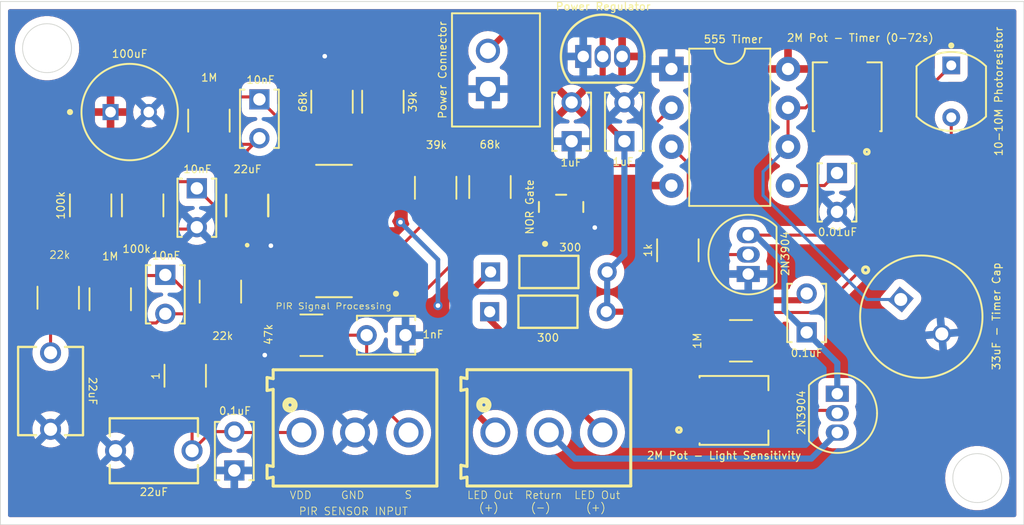
<source format=kicad_pcb>
(kicad_pcb (version 20240108) (generator "pcbnew") (generator_version "8.0")
  (layers (0 "F.Cu" signal) (31 "B.Cu" signal) (34 "B.Paste" user) (35 "F.Paste" user) (36 "B.SilkS" user "B.Silkscreen") (37 "F.SilkS" user "F.Silkscreen") (38 "B.Mask" user) (39 "F.Mask" user) (44 "Edge.Cuts" user))
  (net 0 "")
  (net 1 "GND")
  (net 2 "+6V")
  (net 3 "Net-(U1-CV)")
  (net 4 "Net-(U1-DIS)")
  (net 5 "Net-(Q1-C)")
  (net 6 "Net-(C6-Pad1)")
  (net 7 "Net-(Q1-B)")
  (net 8 "Net-(U1-Q)")
  (net 9 "Net-(U1-TR)")
  (net 10 "Net-(C11-Pad1)")
  (net 11 "Net-(U2-C-)")
  (net 12 "Net-(U2-D-O)")
  (net 13 "Net-(U2-D-)")
  (net 14 "Net-(U2-C+)")
  (net 15 "Net-(U2-A+)")
  (net 16 "Net-(U2-D+)")
  (net 17 "+3.3V")
  (net 18 "Net-(R16-Pad2)")
  (net 19 "Net-(U2-B+)")
  (net 20 "Net-(C3-Pad1)")
  (net 21 "Net-(U2-A-)")
  (net 23 "Net-(J4-Pad1)")
  (net 24 "Net-(Q3-C)")
  (net 25 "Net-(J4-Pad3)")
  (net 26 "Net-(Q3-B)")
  (net 27 "Net-(R6-Pad2)")
  (net 29 "Net-(U2-A-O)")
  (net 30 "Net-(U2-B-O)")
  (footprint "C315C103K1R5TA7303:CAPRR254W54L381T254H466" (layer "F.Cu") (at 168.100002 100.030001 90)
    (property "Reference" "C14" (hide yes))
    (property "Value" "0.1uF" (at -2.619999 -0.000002 0) (layer "F.SilkS") (effects (font (size 0.5 0.5) (thickness 0.075))))
    (pad "1" thru_hole rect (at -1.269999 -0.000002 90) (size 1.318 1.318) (drill 0.81) (layers "*.Cu" "*.Mask") (net 5 "Net-(Q1-C)"))
    (pad "2" thru_hole circle (at 1.269999 0.000002 90) (size 1.318 1.318) (drill 0.81) (layers "*.Cu" "*.Mask") (net 2 "+6V"))
  )
  (footprint "Resistor_SMD:R_1210_3225Metric_Pad1.30x2.65mm_HandSolder" (layer "F.Cu") (at 147.399998 91.8 -90)
    (property "Reference" "R5" (hide yes))
    (property "Value" "68k" (at -2.775 -0.000002 180) (layer "F.SilkS") (effects (font (size 0.5 0.5) (thickness 0.075))))
    (pad "1" smd roundrect (at -1.550001 0.000004 270) (size 1.3 2.65) (layers "F.Cu" "F.Paste" "F.Mask") (roundrect_rratio 0.192308) (net 17 "+3.3V"))
    (pad "2" smd roundrect (at 1.550001 -0.000004 270) (size 1.3 2.65) (layers "F.Cu" "F.Paste" "F.Mask") (roundrect_rratio 0.192308) (net 21 "Net-(U2-A-)"))
  )
  (footprint "Resistor_SMD:R_1210_3225Metric_Pad1.30x2.65mm_HandSolder" (layer "F.Cu") (at 124.699992 92.999998 90)
    (property "Reference" "R9" (hide yes))
    (property "Value" "100k" (at -2.850002 -0.399992 0) (layer "F.SilkS") (effects (font (size 0.5 0.5) (thickness 0.075))))
    (pad "1" smd roundrect (at -1.55 0.000002 90) (size 1.3 2.65) (layers "F.Cu" "F.Paste" "F.Mask") (roundrect_rratio 0.192308) (net 1 "GND"))
    (pad "2" smd roundrect (at 1.55 -0.000002 90) (size 1.3 2.65) (layers "F.Cu" "F.Paste" "F.Mask") (roundrect_rratio 0.192308) (net 14 "Net-(U2-C+)"))
  )
  (footprint "3314J_1_205E:TRIM_3314J-1-205E" (layer "F.Cu") (at 163.35 106.4 -90)
    (property "Reference" "VR3" (hide yes))
    (property "Value" "2M Pot - Light Sensitivity" (at 2.95 0.65 180) (layer "F.SilkS") (effects (font (size 0.5 0.5) (thickness 0.075))))
    (pad "1" smd rect (at 1.149997 1.999998 270) (size 1.3 2) (layers "F.Cu" "F.Paste" "F.Mask"))
    (pad "2" smd rect (at 0.000001 -2.000004 270) (size 2 2) (layers "F.Cu" "F.Paste" "F.Mask") (net 26 "Net-(Q3-B)"))
    (pad "3" smd rect (at -1.150002 2.000002 270) (size 1.3 2) (layers "F.Cu" "F.Paste" "F.Mask") (net 27 "Net-(R6-Pad2)"))
  )
  (footprint "FG20X7R1C226MRT06:FG20X7R1C226MRT06" (layer "F.Cu") (at 127.929997 109.034996 180)
    (property "Reference" "C3" (hide yes))
    (property "Value" "22uF" (at 2.5 -2.7 0) (layer "F.SilkS") (effects (font (size 0.5 0.5) (thickness 0.075))))
    (pad "1" thru_hole circle (at 0 0 180) (size 1.3716 1.3716) (drill 0.8636) (layers "*.Cu" "*.Mask") (net 20 "Net-(C3-Pad1)"))
    (pad "2" thru_hole circle (at 5 0 180) (size 1.3716 1.3716) (drill 0.8636) (layers "*.Cu" "*.Mask") (net 1 "GND"))
  )
  (footprint "C315C103K1R5TA7303:CAPRR254W54L381T254H466" (layer "F.Cu") (at 128.240004 93.154993 -90)
    (property "Reference" "C9" (hide yes))
    (property "Value" "10nF" (at -2.519997 -0.039993 180) (layer "F.SilkS") (effects (font (size 0.5 0.5) (thickness 0.075))))
    (pad "1" thru_hole rect (at -1.269996 -0.000001 270) (size 1.318 1.318) (drill 0.81) (layers "*.Cu" "*.Mask") (net 14 "Net-(U2-C+)"))
    (pad "2" thru_hole circle (at 1.269996 0.000001 270) (size 1.318 1.318) (drill 0.81) (layers "*.Cu" "*.Mask") (net 1 "GND"))
  )
  (footprint "EEU_FC1C271:CAPPRD350W60D800H1150" (layer "F.Cu") (at 175.59058 100.274875 -40)
    (property "Reference" "C2" (hide yes))
    (property "Value" "33uF - Timer Cap" (at 3.744845 -3.17477 90) (layer "F.SilkS") (effects (font (size 0.5 0.5) (thickness 0.075))))
    (pad "N" thru_hole circle (at 1.75 -0.000004 320) (size 1.2 1.2) (drill 0.85) (layers "*.Cu" "*.Mask") (net 1 "GND"))
    (pad "P" thru_hole rect (at -1.75 0.000004 320) (size 1.2 1.2) (drill 0.85) (layers "*.Cu" "*.Mask") (net 4 "Net-(U1-DIS)"))
  )
  (footprint "C315C103K1R5TA7303:CAPRR254W54L381T254H466" (layer "F.Cu") (at 130.690342 109.055534 90)
    (property "Reference" "C8" (hide yes))
    (property "Value" "0.1uF" (at 2.620538 0.039655 0) (layer "F.SilkS") (effects (font (size 0.5 0.5) (thickness 0.075))))
    (pad "1" thru_hole rect (at -1.269996 0 90) (size 1.318 1.318) (drill 0.81) (layers "*.Cu" "*.Mask") (net 1 "GND"))
    (pad "2" thru_hole circle (at 1.269996 0 90) (size 1.318 1.318) (drill 0.81) (layers "*.Cu" "*.Mask") (net 20 "Net-(C3-Pad1)"))
  )
  (footprint "EEA_GA1A101:CAPPRD250W45D630H700" (layer "F.Cu") (at 123.85 86.9)
    (property "Reference" "100uF" (at 0 -3.8 0) (layer "F.SilkS") (effects (font (size 0.5 0.5) (thickness 0.075))))
    (property "Value" "EEAGA1A101" (hide yes))
    (pad "N" thru_hole circle (at 1.25 0) (size 1.05 1.05) (drill 0.7) (layers "*.Cu" "*.Mask") (net 1 "GND"))
    (pad "P" thru_hole rect (at -1.25 0) (size 1.05 1.05) (drill 0.7) (layers "*.Cu" "*.Mask") (net 17 "+3.3V"))
  )
  (footprint "MCP1702_3302E_TO (2):TO-92_MC_MCH" (layer "F.Cu") (at 153.496668 83.265001)
    (property "Reference" "U3" (hide yes))
    (property "Value" "Power Regulator" (at 1.303332 -3.265001 0) (layer "F.SilkS") (effects (font (size 0.5 0.5) (thickness 0.075))))
    (pad "1" thru_hole rect (at 0 0) (size 1.05 1.5) (drill 0.75) (layers "*.Cu" "*.Mask") (net 1 "GND"))
    (pad "2" thru_hole oval (at 1.27 0) (size 1.05 1.5) (drill 0.75) (layers "*.Cu" "*.Mask") (net 2 "+6V"))
    (pad "3" thru_hole oval (at 2.54 0) (size 1.05 1.5) (drill 0.75) (layers "*.Cu" "*.Mask") (net 17 "+3.3V"))
  )
  (footprint "Resistor_SMD:R_1210_3225Metric_Pad1.30x2.65mm_HandSolder" (layer "F.Cu") (at 159.679994 95.934995 90)
    (property "Reference" "R15" (hide yes))
    (property "Value" "1k" (at -0.000001 -1.949997 -90) (layer "F.SilkS") (effects (font (size 0.5 0.5) (thickness 0.075))))
    (pad "1" smd roundrect (at -1.550001 0.000004 90) (size 1.3 2.65) (layers "F.Cu" "F.Paste" "F.Mask") (roundrect_rratio 0.192308) (net 7 "Net-(Q1-B)"))
    (pad "2" smd roundrect (at 1.550001 -0.000004 90) (size 1.3 2.65) (layers "F.Cu" "F.Paste" "F.Mask") (roundrect_rratio 0.192308) (net 8 "Net-(U1-Q)"))
  )
  (footprint "PDV_P8103:PHODET_PDV-P8103" (layer "F.Cu") (at 177.55 85.55 -90)
    (property "Reference" "R6" (hide yes))
    (property "Value" "10-10M Photoresistor" (at 0 -3.1 90) (layer "F.SilkS") (effects (font (size 0.5 0.5) (thickness 0.075))))
    (pad "1" thru_hole rect (at -1.7 0 270) (size 1.158 1.158) (drill 0.65) (layers "*.Cu" "*.Mask") (net 5 "Net-(Q1-C)"))
    (pad "2" thru_hole circle (at 1.7 0 270) (size 1.158 1.158) (drill 0.65) (layers "*.Cu" "*.Mask") (net 27 "Net-(R6-Pad2)"))
  )
  (footprint "691214110003:691214110003" (layer "F.Cu") (at 151.25 107.84)
    (property "Reference" "J4" (hide yes))
    (property "Value" "691214110003" (hide yes))
    (pad "1" thru_hole circle (at -3.5 0) (size 1.95 1.95) (drill 1.3) (layers "*.Cu" "*.Mask") (net 23 "Net-(J4-Pad1)"))
    (pad "2" thru_hole circle (at 0 0) (size 1.95 1.95) (drill 1.3) (layers "*.Cu" "*.Mask") (net 24 "Net-(Q3-C)"))
    (pad "3" thru_hole circle (at 3.5 0) (size 1.95 1.95) (drill 1.3) (layers "*.Cu" "*.Mask") (net 25 "Net-(J4-Pad3)"))
  )
  (footprint "Resistor_SMD:R_1210_3225Metric_Pad1.30x2.65mm_HandSolder" (layer "F.Cu") (at 137.074996 86.224999 -90)
    (property "Reference" "R19" (hide yes))
    (property "Value" "68k" (at 0.000004 1.899996 90) (layer "F.SilkS") (effects (font (size 0.5 0.5) (thickness 0.075))))
    (pad "1" smd roundrect (at -1.550001 0.000004 270) (size 1.3 2.65) (layers "F.Cu" "F.Paste" "F.Mask") (roundrect_rratio 0.192308) (net 1 "GND"))
    (pad "2" smd roundrect (at 1.550001 -0.000004 270) (size 1.3 2.65) (layers "F.Cu" "F.Paste" "F.Mask") (roundrect_rratio 0.192308) (net 19 "Net-(U2-B+)"))
  )
  (footprint "Package_TO_SOT_THT:TO-92_Inline" (layer "F.Cu") (at 164.279998 97.484996 90)
    (property "Reference" "Q1" (hide yes))
    (property "Value" "2N3904" (at 1.334996 2.420002 270) (layer "F.SilkS") (effects (font (size 0.5 0.5) (thickness 0.075))))
    (pad "1" thru_hole rect (at 0 0 90) (size 1.05 1.5) (drill 0.75) (layers "*.Cu" "*.Mask") (net 1 "GND"))
    (pad "2" thru_hole oval (at 1.269999 0.000002 90) (size 1.05 1.5) (drill 0.75) (layers "*.Cu" "*.Mask") (net 7 "Net-(Q1-B)"))
    (pad "3" thru_hole oval (at 2.54 0 90) (size 1.05 1.5) (drill 0.75) (layers "*.Cu" "*.Mask") (net 5 "Net-(Q1-C)"))
  )
  (footprint "TLV8544DR:SOIC127P600X175-14N" (layer "F.Cu") (at 137.204997 94.674996 180)
    (property "Reference" "U2" (hide yes))
    (property "Value" "PIR Signal Processing" (at 0.025 -4.91 0) (layer "F.SilkS") (effects (font (size 0.4 0.451) (thickness 0.051))))
    (pad "1" smd roundrect (at -2.475 -3.81 180) (size 1.97 0.6) (layers "F.Cu" "F.Paste" "F.Mask") (net 29 "Net-(U2-A-O)"))
    (pad "2" smd roundrect (at -2.475002 -2.54 180) (size 1.97 0.6) (layers "F.Cu" "F.Paste" "F.Mask") (net 21 "Net-(U2-A-)"))
    (pad "3" smd roundrect (at -2.475 -1.27 180) (size 1.97 0.6) (layers "F.Cu" "F.Paste" "F.Mask") (net 15 "Net-(U2-A+)"))
    (pad "4" smd roundrect (at -2.475 0 180) (size 1.97 0.6) (layers "F.Cu" "F.Paste" "F.Mask") (net 17 "+3.3V"))
    (pad "5" smd roundrect (at -2.475004 1.269999 180) (size 1.97 0.6) (layers "F.Cu" "F.Paste" "F.Mask") (net 19 "Net-(U2-B+)"))
    (pad "6" smd roundrect (at -2.474997 2.539993 180) (size 1.97 0.6) (layers "F.Cu" "F.Paste" "F.Mask") (net 15 "Net-(U2-A+)"))
    (pad "7" smd roundrect (at -2.475 3.81 180) (size 1.97 0.6) (layers "F.Cu" "F.Paste" "F.Mask") (net 30 "Net-(U2-B-O)"))
    (pad "8" smd roundrect (at 2.475 3.81 180) (size 1.97 0.6) (layers "F.Cu" "F.Paste" "F.Mask") (net 15 "Net-(U2-A+)"))
    (pad "9" smd roundrect (at 2.475002 2.54 180) (size 1.97 0.6) (layers "F.Cu" "F.Paste" "F.Mask") (net 11 "Net-(U2-C-)"))
    (pad "10" smd roundrect (at 2.475 1.27 180) (size 1.97 0.6) (layers "F.Cu" "F.Paste" "F.Mask") (net 14 "Net-(U2-C+)"))
    (pad "11" smd roundrect (at 2.475 0 180) (size 1.97 0.6) (layers "F.Cu" "F.Paste" "F.Mask") (net 1 "GND"))
    (pad "12" smd roundrect (at 2.475004 -1.269999 180) (size 1.97 0.6) (layers "F.Cu" "F.Paste" "F.Mask") (net 16 "Net-(U2-D+)"))
    (pad "13" smd roundrect (at 2.474997 -2.539993 180) (size 1.97 0.6) (layers "F.Cu" "F.Paste" "F.Mask") (net 13 "Net-(U2-D-)"))
    (pad "14" smd roundrect (at 2.475 -3.81 180) (size 1.97 0.6) (layers "F.Cu" "F.Paste" "F.Mask") (net 12 "Net-(U2-D-O)"))
  )
  (footprint "Resistor_SMD:R_1210_3225Metric_Pad1.30x2.65mm_HandSolder" (layer "F.Cu") (at 140.399996 86.224999 -90)
    (property "Reference" "R18" (hide yes))
    (property "Value" "39k" (at 0.000001 -1.950004 -90) (layer "F.SilkS") (effects (font (size 0.5 0.5) (thickness 0.075))))
    (pad "1" smd roundrect (at -1.550001 0.000004 270) (size 1.3 2.65) (layers "F.Cu" "F.Paste" "F.Mask") (roundrect_rratio 0.192308) (net 19 "Net-(U2-B+)"))
    (pad "2" smd roundrect (at 1.550001 -0.000004 270) (size 1.3 2.65) (layers "F.Cu" "F.Paste" "F.Mask") (roundrect_rratio 0.192308) (net 18 "Net-(R16-Pad2)"))
  )
  (footprint "Resistor_SMD:R_1210_3225Metric_Pad1.30x2.65mm_HandSolder" (layer "F.Cu") (at 135.729996 101.485)
    (property "Reference" "R10" (hide yes))
    (property "Value" "47k" (at -2.799999 -0.050004 90) (layer "F.SilkS") (effects (font (size 0.5 0.5) (thickness 0.075))))
    (pad "1" smd roundrect (at -1.550001 0.000004) (size 1.3 2.65) (layers "F.Cu" "F.Paste" "F.Mask") (roundrect_rratio 0.192308) (net 1 "GND"))
    (pad "2" smd roundrect (at 1.550001 -0.000004) (size 1.3 2.65) (layers "F.Cu" "F.Paste" "F.Mask") (roundrect_rratio 0.192308) (net 16 "Net-(U2-D+)"))
  )
  (footprint "B2B_XH_A (1):JST_B2B-XH-A" (layer "F.Cu") (at 147.791668 84.145002 -90)
    (property "Reference" "J3" (hide yes))
    (property "Value" "Power Connector" (at 0.004998 3.491668 90) (layer "F.SilkS") (effects (font (size 0.5 0.5) (thickness 0.075))))
    (pad "1" thru_hole rect (at 1.25 0.525 270) (size 1.575 1.575) (drill 1.05) (layers "*.Cu" "*.Mask") (net 1 "GND"))
    (pad "2" thru_hole circle (at -1.25 0.525 270) (size 1.575 1.575) (drill 1.05) (layers "*.Cu" "*.Mask") (net 2 "+6V"))
  )
  (footprint "C315C103K1R5TA7303:CAPRR254W54L381T254H466" (layer "F.Cu") (at 132.329999 87.340002 -90)
    (property "Reference" "C10" (hide yes))
    (property "Value" "10nF" (at -2.540002 -0.070001 180) (layer "F.SilkS") (effects (font (size 0.5 0.5) (thickness 0.075))))
    (pad "1" thru_hole rect (at -1.269996 -0.000001 270) (size 1.318 1.318) (drill 0.81) (layers "*.Cu" "*.Mask") (net 15 "Net-(U2-A+)"))
    (pad "2" thru_hole circle (at 1.269996 0.000001 270) (size 1.318 1.318) (drill 0.81) (layers "*.Cu" "*.Mask") (net 11 "Net-(U2-C-)"))
  )
  (footprint "RNMF14FTC300R:STA_RNMF14_STP" (layer "F.Cu") (at 147.44 97.35)
    (property "Reference" "R17" (hide yes))
    (property "Value" "300" (at 5.21 -1.6 0) (layer "F.SilkS") (effects (font (size 0.5 0.5) (thickness 0.075))))
    (pad "1" thru_hole rect (at 0 0) (size 1.2446 1.2446) (drill 0.7366) (layers "*.Cu" "*.Mask") (net 23 "Net-(J4-Pad1)"))
    (pad "2" thru_hole circle (at 7.62 0) (size 1.2446 1.2446) (drill 0.7366) (layers "*.Cu" "*.Mask") (net 2 "+6V"))
  )
  (footprint "C315C103K1R5TA7303:CAPRR254W54L381T254H466" (layer "F.Cu") (at 170.079997 92.154992 -90)
    (property "Reference" "C1" (hide yes))
    (property "Value" "0.01uF" (at 2.590009 -0.036671 180) (layer "F.SilkS") (effects (font (size 0.5 0.5) (thickness 0.075))))
    (pad "1" thru_hole rect (at -1.269996 -0.000001 270) (size 1.318 1.318) (drill 0.81) (layers "*.Cu" "*.Mask") (net 3 "Net-(U1-CV)"))
    (pad "2" thru_hole circle (at 1.269996 0.000001 270) (size 1.318 1.318) (drill 0.81) (layers "*.Cu" "*.Mask") (net 1 "GND"))
  )
  (footprint "C315C103K1R5TA7303:CAPRR254W54L381T254H466" (layer "F.Cu") (at 140.609999 101.484994 180)
    (property "Reference" "C12" (hide yes))
    (property "Value" "1nF" (at -3.069998 0.049998 180) (layer "F.SilkS") (effects (font (size 0.5 0.5) (thickness 0.075))))
    (pad "1" thru_hole rect (at -1.269998 -0.000002 180) (size 1.318 1.318) (drill 0.81) (layers "*.Cu" "*.Mask") (net 1 "GND"))
    (pad "2" thru_hole circle (at 1.269998 0.000002 180) (size 1.318 1.318) (drill 0.81) (layers "*.Cu" "*.Mask") (net 16 "Net-(U2-D+)"))
  )
  (footprint "FG20X7R1C226MRT06:FG20X7R1C226MRT06" (layer "F.Cu") (at 118.679997 102.634996 -90)
    (property "Reference" "C11" (hide yes))
    (property "Value" "22uF" (at 2.5 -2.75 -90) (layer "F.SilkS") (effects (font (size 0.5 0.5) (thickness 0.075))))
    (pad "1" thru_hole circle (at 0 0 270) (size 1.3716 1.3716) (drill 0.8636) (layers "*.Cu" "*.Mask") (net 10 "Net-(C11-Pad1)"))
    (pad "2" thru_hole circle (at 5 0 270) (size 1.3716 1.3716) (drill 0.8636) (layers "*.Cu" "*.Mask") (net 1 "GND"))
  )
  (footprint "691214110003:691214110003" (layer "F.Cu") (at 138.579995 107.845005)
    (property "Reference" "J2" (hide yes))
    (property "Value" "691214110003" (hide yes))
    (pad "1" thru_hole circle (at -3.499999 0.000004) (size 1.95 1.95) (drill 1.3) (layers "*.Cu" "*.Mask") (net 20 "Net-(C3-Pad1)"))
    (pad "2" thru_hole circle (at 0 0) (size 1.95 1.95) (drill 1.3) (layers "*.Cu" "*.Mask") (net 1 "GND"))
    (pad "3" thru_hole circle (at 3.499999 -0.000004) (size 1.95 1.95) (drill 1.3) (layers "*.Cu" "*.Mask") (net 16 "Net-(U2-D+)"))
  )
  (footprint "Resistor_SMD:R_1210_3225Metric_Pad1.30x2.65mm_HandSolder" (layer "F.Cu") (at 129.029994 87.459997 -90)
    (property "Reference" "R14" (hide yes))
    (property "Value" "1M" (at -2.809997 -0.020006 0) (layer "F.SilkS") (effects (font (size 0.5 0.5) (thickness 0.075))))
    (pad "1" smd roundrect (at -1.550001 0.000004 270) (size 1.3 2.65) (layers "F.Cu" "F.Paste" "F.Mask") (roundrect_rratio 0.192308) (net 15 "Net-(U2-A+)"))
    (pad "2" smd roundrect (at 1.550001 -0.000004 270) (size 1.3 2.65) (layers "F.Cu" "F.Paste" "F.Mask") (roundrect_rratio 0.192308) (net 11 "Net-(U2-C-)"))
  )
  (footprint "Resistor_SMD:R_1210_3225Metric_Pad1.30x2.65mm_HandSolder" (layer "F.Cu") (at 127.479995 104.134996 90)
    (property "Reference" "R7" (hide yes))
    (property "Value" "1" (at -0.015004 -1.929995 90) (layer "F.SilkS") (effects (font (size 0.5 0.5) (thickness 0.075))))
    (pad "1" smd roundrect (at -1.55 0.000002 90) (size 1.3 2.65) (layers "F.Cu" "F.Paste" "F.Mask") (roundrect_rratio 0.192308) (net 20 "Net-(C3-Pad1)"))
    (pad "2" smd roundrect (at 1.55 -0.000002 90) (size 1.3 2.65) (layers "F.Cu" "F.Paste" "F.Mask") (roundrect_rratio 0.192308) (net 17 "+3.3V"))
  )
  (footprint "Resistor_SMD:R_1210_3225Metric_Pad1.30x2.65mm_HandSolder" (layer "F.Cu") (at 129.779993 98.634995 90)
    (property "Reference" "R11" (hide yes))
    (property "Value" "22k" (at -2.900001 0.150004 0) (layer "F.SilkS") (effects (font (size 0.5 0.5) (thickness 0.075))))
    (pad "1" smd roundrect (at -1.550001 0.000004 90) (size 1.3 2.65) (layers "F.Cu" "F.Paste" "F.Mask") (roundrect_rratio 0.192308) (net 12 "Net-(U2-D-O)"))
    (pad "2" smd roundrect (at 1.550001 -0.000004 90) (size 1.3 2.65) (layers "F.Cu" "F.Paste" "F.Mask") (roundrect_rratio 0.192308) (net 6 "Net-(C6-Pad1)"))
  )
  (footprint "C315C103K1R5TA7303:CAPRR254W54L381T254H466" (layer "F.Cu") (at 126.179998 98.815 -90)
    (property "Reference" "C7" (hide yes))
    (property "Value" "10nF" (at -2.530004 -0.049999 180) (layer "F.SilkS") (effects (font (size 0.5 0.5) (thickness 0.075))))
    (pad "1" thru_hole rect (at -1.269996 -0.000001 270) (size 1.318 1.318) (drill 0.81) (layers "*.Cu" "*.Mask") (net 13 "Net-(U2-D-)"))
    (pad "2" thru_hole circle (at 1.269996 0.000001 270) (size 1.318 1.318) (drill 0.81) (layers "*.Cu" "*.Mask") (net 12 "Net-(U2-D-O)"))
  )
  (footprint "Resistor_SMD:R_1210_3225Metric_Pad1.30x2.65mm_HandSolder" (layer "F.Cu") (at 163.800001 101.849996 180)
    (property "Reference" "R3" (hide yes))
    (property "Value" "1M" (at 2.850001 -0.000004 -90) (layer "F.SilkS") (effects (font (size 0.5 0.5) (thickness 0.075))))
    (pad "1" smd roundrect (at -1.550001 0.000004 180) (size 1.3 2.65) (layers "F.Cu" "F.Paste" "F.Mask") (roundrect_rratio 0.192308) (net 26 "Net-(Q3-B)"))
    (pad "2" smd roundrect (at 1.550001 -0.000004 180) (size 1.3 2.65) (layers "F.Cu" "F.Paste" "F.Mask") (roundrect_rratio 0.192308) (net 2 "+6V"))
  )
  (footprint "SN74LVC1G02DBVR:SOT95P280X145-5N" (layer "F.Cu") (at 152.049999 93.105001 90)
    (property "Reference" "U4" (hide yes))
    (property "Value" "NOR Gate" (at 0.005001 -2.049999 270) (layer "F.SilkS") (effects (font (size 0.5 0.5) (thickness 0.075))))
    (pad "1" smd roundrect (at -1.254999 -0.950001 90) (size 1.21 0.59) (layers "F.Cu" "F.Paste" "F.Mask") (net 29 "Net-(U2-A-O)"))
    (pad "2" smd roundrect (at -1.255002 0 90) (size 1.21 0.59) (layers "F.Cu" "F.Paste" "F.Mask") (net 30 "Net-(U2-B-O)"))
    (pad "3" smd roundrect (at -1.255001 0.949999 90) (size 1.21 0.59) (layers "F.Cu" "F.Paste" "F.Mask") (net 1 "GND"))
    (pad "4" smd roundrect (at 1.254999 0.950001 90) (size 1.21 0.59) (layers "F.Cu" "F.Paste" "F.Mask") (net 9 "Net-(U1-TR)"))
    (pad "5" smd roundrect (at 1.255001 -0.949999 90) (size 1.21 0.59) (layers "F.Cu" "F.Paste" "F.Mask") (net 17 "+3.3V"))
  )
  (footprint "CL32A226MOJNNNE:CAP_CL32_SAM-L" (layer "F.Cu") (at 131.529993 93.008795 90)
    (property "Reference" "C6" (hide yes))
    (property "Value" "22uF" (at 2.373799 0.020007 0) (layer "F.SilkS") (effects (font (size 0.5 0.5) (thickness 0.075))))
    (pad "1" smd rect (at -1.376201 0.000004 90) (size 0.7524 2.4492) (layers "F.Cu" "F.Paste" "F.Mask") (net 6 "Net-(C6-Pad1)"))
    (pad "2" smd rect (at 1.376201 -0.000004 90) (size 0.7524 2.4492) (layers "F.Cu" "F.Paste" "F.Mask") (net 11 "Net-(U2-C-)"))
    (zone (net 0) (net_name "") (layer "F.Cu") (connect_pads (clearance 0)) (min_thickness 0.254)
      (keepout (tracks not_allowed) (vias not_allowed) (pads allowed) (copperpour not_allowed) (footprints allowed))
      (fill (thermal_gap 0.508) (thermal_bridge_width 0.508))
      (polygon (pts (xy 130.330797 93.957998) (xy 130.330794 92.059594) (xy 132.729189 92.059592) (xy 132.729192 93.957996)))
    )
  )
  (footprint "3314J_1_205E:TRIM_3314J-1-205E" (layer "F.Cu") (at 170.750001 85.899997)
    (property "Reference" "VR2" (hide yes))
    (property "Value" "2M Pot - Timer (0-72s)" (at 0.849999 -3.849997 0) (layer "F.SilkS") (effects (font (size 0.5 0.5) (thickness 0.075))))
    (pad "1" smd rect (at 1.149997 1.999999) (size 1.3 2) (layers "F.Cu" "F.Paste" "F.Mask"))
    (pad "2" smd rect (at 0.000001 -2.000006) (size 2 2) (layers "F.Cu" "F.Paste" "F.Mask") (net 4 "Net-(U1-DIS)"))
    (pad "3" smd rect (at -1.150002 2.000002) (size 1.3 2) (layers "F.Cu" "F.Paste" "F.Mask") (net 17 "+3.3V"))
  )
  (footprint "RNMF14FTC300R:STA_RNMF14_STP" (layer "F.Cu") (at 147.38 99.95)
    (property "Reference" "R20" (hide yes))
    (property "Value" "300" (at 3.82 1.7 0) (layer "F.SilkS") (effects (font (size 0.5 0.5) (thickness 0.075))))
    (pad "1" thru_hole rect (at 0 0) (size 1.2446 1.2446) (drill 0.7366) (layers "*.Cu" "*.Mask") (net 25 "Net-(J4-Pad3)"))
    (pad "2" thru_hole circle (at 7.62 0) (size 1.2446 1.2446) (drill 0.7366) (layers "*.Cu" "*.Mask") (net 2 "+6V"))
  )
  (footprint "Package_TO_SOT_THT:TO-92_Inline" (layer "F.Cu") (at 170.1 105.31 -90)
    (property "Reference" "Q3" (hide yes))
    (property "Value" "2N3904" (at 1.24 2.35 90) (layer "F.SilkS") (effects (font (size 0.5 0.5) (thickness 0.075))))
    (pad "1" thru_hole rect (at 0 0 270) (size 1.05 1.5) (drill 0.75) (layers "*.Cu" "*.Mask") (net 5 "Net-(Q1-C)"))
    (pad "2" thru_hole oval (at 1.269996 0 270) (size 1.05 1.5) (drill 0.75) (layers "*.Cu" "*.Mask") (net 26 "Net-(Q3-B)"))
    (pad "3" thru_hole oval (at 2.54 0 270) (size 1.05 1.5) (drill 0.75) (layers "*.Cu" "*.Mask") (net 24 "Net-(Q3-C)"))
  )
  (footprint "Resistor_SMD:R_1210_3225Metric_Pad1.30x2.65mm_HandSolder" (layer "F.Cu") (at 121.299996 92.999999 -90)
    (property "Reference" "R8" (hide yes))
    (property "Value" "100k" (at 0.000001 1.949996 -90) (layer "F.SilkS") (effects (font (size 0.5 0.5) (thickness 0.075))))
    (pad "1" smd roundrect (at -1.550001 0.000004 270) (size 1.3 2.65) (layers "F.Cu" "F.Paste" "F.Mask") (roundrect_rratio 0.192308) (net 14 "Net-(U2-C+)"))
    (pad "2" smd roundrect (at 1.550001 -0.000004 270) (size 1.3 2.65) (layers "F.Cu" "F.Paste" "F.Mask") (roundrect_rratio 0.192308) (net 17 "+3.3V"))
  )
  (footprint "Resistor_SMD:R_1210_3225Metric_Pad1.30x2.65mm_HandSolder" (layer "F.Cu") (at 119.180001 99.034997 -90)
    (property "Reference" "R13" (hide yes))
    (property "Value" "22k" (at -2.800001 -0.099996 180) (layer "F.SilkS") (effects (font (size 0.5 0.5) (thickness 0.0625))))
    (pad "1" smd roundrect (at -1.550001 0.000004 270) (size 1.3 2.65) (layers "F.Cu" "F.Paste" "F.Mask") (roundrect_rratio 0.192308) (net 13 "Net-(U2-D-)"))
    (pad "2" smd roundrect (at 1.550001 -0.000004 270) (size 1.3 2.65) (layers "F.Cu" "F.Paste" "F.Mask") (roundrect_rratio 0.192308) (net 10 "Net-(C11-Pad1)"))
  )
  (footprint "Resistor_SMD:R_1210_3225Metric_Pad1.30x2.65mm_HandSolder" (layer "F.Cu") (at 143.849996 91.849999 90)
    (property "Reference" "R16" (hide yes))
    (property "Value" "39k" (at 2.799999 0.050004 0) (layer "F.SilkS") (effects (font (size 0.5 0.5) (thickness 0.075))))
    (pad "1" smd roundrect (at -1.550001 0.000004 90) (size 1.3 2.65) (layers "F.Cu" "F.Paste" "F.Mask") (roundrect_rratio 0.192308) (net 21 "Net-(U2-A-)"))
    (pad "2" smd roundrect (at 1.550001 -0.000004 90) (size 1.3 2.65) (layers "F.Cu" "F.Paste" "F.Mask") (roundrect_rratio 0.192308) (net 18 "Net-(R16-Pad2)"))
  )
  (footprint "Package_DIP:DIP-8_W7.62mm" (layer "F.Cu") (at 159.259998 84.084996)
    (property "Reference" "U1" (hide yes))
    (property "Value" "ICM7555xP" (hide yes))
    (pad "1" thru_hole rect (at 0 0) (size 1.6 1.6) (drill 0.8) (layers "*.Cu" "*.Mask") (net 1 "GND"))
    (pad "2" thru_hole oval (at 0 2.54) (size 1.6 1.6) (drill 0.8) (layers "*.Cu" "*.Mask") (net 9 "Net-(U1-TR)"))
    (pad "3" thru_hole oval (at 0.000005 5.079999) (size 1.6 1.6) (drill 0.8) (layers "*.Cu" "*.Mask") (net 8 "Net-(U1-Q)"))
    (pad "4" thru_hole oval (at 0 7.62) (size 1.6 1.6) (drill 0.8) (layers "*.Cu" "*.Mask") (net 17 "+3.3V"))
    (pad "5" thru_hole oval (at 7.62 7.62) (size 1.6 1.6) (drill 0.8) (layers "*.Cu" "*.Mask") (net 3 "Net-(U1-CV)"))
    (pad "6" thru_hole oval (at 7.620001 5.079996) (size 1.6 1.6) (drill 0.8) (layers "*.Cu" "*.Mask") (net 4 "Net-(U1-DIS)"))
    (pad "7" thru_hole oval (at 7.62 2.54) (size 1.6 1.6) (drill 0.8) (layers "*.Cu" "*.Mask") (net 4 "Net-(U1-DIS)"))
    (pad "8" thru_hole oval (at 7.62 0) (size 1.6 1.6) (drill 0.8) (layers "*.Cu" "*.Mask") (net 17 "+3.3V"))
  )
  (footprint "C315C103K1R5TA7303:CAPRR254W54L381T254H466" (layer "F.Cu") (at 152.736666 87.535 90)
    (property "Reference" "C13" (hide yes))
    (property "Value" "1uF" (at -2.665 -0.036666 0) (layer "F.SilkS") (effects (font (size 0.5 0.5) (thickness 0.075))))
    (pad "1" thru_hole rect (at -1.269999 -0.000002 90) (size 1.318 1.318) (drill 0.81) (layers "*.Cu" "*.Mask") (net 1 "GND"))
    (pad "2" thru_hole circle (at 1.269999 0.000002 90) (size 1.318 1.318) (drill 0.81) (layers "*.Cu" "*.Mask") (net 17 "+3.3V"))
  )
  (footprint "Resistor_SMD:R_1210_3225Metric_Pad1.30x2.65mm_HandSolder" (layer "F.Cu") (at 122.579993 99.134995 -90)
    (property "Reference" "R12" (hide yes))
    (property "Value" "1M" (at -2.799999 -0.000004 180) (layer "F.SilkS") (effects (font (size 0.5 0.5) (thickness 0.075))))
    (pad "1" smd roundrect (at -1.550001 0.000004 270) (size 1.3 2.65) (layers "F.Cu" "F.Paste" "F.Mask") (roundrect_rratio 0.192308) (net 13 "Net-(U2-D-)"))
    (pad "2" smd roundrect (at 1.550001 -0.000004 270) (size 1.3 2.65) (layers "F.Cu" "F.Paste" "F.Mask") (roundrect_rratio 0.192308) (net 12 "Net-(U2-D-O)"))
  )
  (footprint "C315C103K1R5TA7303:CAPRR254W54L381T254H466" (layer "F.Cu") (at 156.186668 87.534997 90)
    (property "Reference" "C5" (hide yes))
    (property "Value" "1uF" (at -2.615003 -0.086668 0) (layer "F.SilkS") (effects (font (size 0.5 0.5) (thickness 0.075))))
    (pad "1" thru_hole rect (at -1.269996 0 90) (size 1.318 1.318) (drill 0.81) (layers "*.Cu" "*.Mask") (net 2 "+6V"))
    (pad "2" thru_hole circle (at 1.269996 0 90) (size 1.318 1.318) (drill 0.81) (layers "*.Cu" "*.Mask") (net 1 "GND"))
  )
  (gr_rect (start 115.4 79.675) (end 182.3 113.875) (stroke (width 0.05)) (fill none) (layer "Edge.Cuts"))
  (gr_circle (center 179.25 110.825) (end 180.85 110.825) (stroke (width 0.05)) (fill none) (layer "Edge.Cuts"))
  (gr_circle (center 118.45 82.725) (end 120.05 82.725) (stroke (width 0.05)) (fill none) (layer "Edge.Cuts"))
  (gr_text "LED Out\n  (+)" (at 152.879997 113.034996 0) (layer "F.SilkS") (effects (font (size 0.5 0.5) (thickness 0.05)) (justify left bottom)))
  (gr_text "S" (at 142.329997 111.584996 180) (layer "F.SilkS") (effects (font (size 0.5 0.5) (thickness 0.05)) (justify left bottom)))
  (gr_text "VDD" (at 134.279994 112.234996 0) (layer "F.SilkS") (effects (font (size 0.5 0.5) (thickness 0.05)) (justify left bottom)))
  (gr_text "GND\n" (at 137.629997 112.234996 0) (layer "F.SilkS") (effects (font (size 0.5 0.5) (thickness 0.05)) (justify left bottom)))
  (gr_text "LED Out \n  (+)" (at 145.879997 113.034996 0) (layer "F.SilkS") (effects (font (size 0.5 0.5) (thickness 0.05)) (justify left bottom)))
  (gr_text "Return\n (-)" (at 149.65 113.034996 0) (layer "F.SilkS") (effects (font (size 0.5 0.5) (thickness 0.05)) (justify left bottom)))
  (gr_text "PIR SENSOR INPUT" (at 134.879997 113.284996 0) (layer "F.SilkS") (effects (font (size 0.5 0.5) (thickness 0.05)) (justify left bottom)))
  (gr_text "555 Timer" (at 161.329997 82.434996 0) (layer "F.SilkS") (effects (font (size 0.5 0.5) (thickness 0.075)) (justify left bottom)))
  (segment (start 136.6 83.25) (end 136.6 84.200006) (width 0.2) (layer "F.Cu") (net 1))
  (segment (start 128.114994 94.549998) (end 128.240003 94.424989) (width 0.2) (layer "F.Cu") (net 1))
  (segment (start 124.699994 94.549998) (end 128.114994 94.549998) (width 0.2) (layer "F.Cu") (net 1))
  (segment (start 133.079997 95.634996) (end 134.039997 94.674996) (width 0.2) (layer "F.Cu") (net 1))
  (segment (start 134.179995 101.485004) (end 132.880003 102.784996) (width 0.2) (layer "F.Cu") (net 1))
  (segment (start 128.165012 94.349998) (end 128.240003 94.424989) (width 0.2) (layer "F.Cu") (net 1))
  (segment (start 136.6 84.200006) (end 137.074992 84.674998) (width 0.2) (layer "F.Cu") (net 1))
  (segment (start 128.079997 94.584996) (end 128.240002 94.424991) (width 0.2) (layer "F.Cu") (net 1))
  (segment (start 152.999998 94.360002) (end 154.160002 94.360002) (width 0.2) (layer "F.Cu") (net 1))
  (segment (start 134.039997 94.674996) (end 134.729997 94.674996) (width 0.2) (layer "F.Cu") (net 1))
  (segment (start 154.160002 94.360002) (end 154.25 94.45) (width 0.2) (layer "F.Cu") (net 1))
  (segment (start 136.6 83.25) (end 136.599984 83.250016) (width 0.2) (layer "F.Cu") (net 1))
  (segment (start 132.880003 102.784996) (end 132.679997 102.784996) (width 0.2) (layer "F.Cu") (net 1))
  (via (at 136.6 83.25) (size 0.6) (drill 0.3) (layers "F.Cu" "B.Cu") (net 1))
  (via (at 133.079997 95.634996) (size 0.6) (drill 0.3) (layers "F.Cu" "B.Cu") (net 1))
  (via (at 154.25 94.45) (size 0.6) (drill 0.3) (layers "F.Cu" "B.Cu") (net 1))
  (via (at 132.679997 102.784996) (size 0.6) (drill 0.3) (layers "F.Cu" "B.Cu") (net 1))
  (segment (start 163.575 99.2) (end 167.660006 99.2) (width 0.4) (layer "F.Cu") (net 2))
  (segment (start 162.25 100.525) (end 163.575 99.2) (width 0.4) (layer "F.Cu") (net 2))
  (segment (start 162.25 101.85) (end 162.25 100.525) (width 0.4) (layer "F.Cu") (net 2))
  (segment (start 154.75 81.5) (end 148.66167 81.5) (width 0.4) (layer "F.Cu") (net 2))
  (segment (start 155 99.95) (end 160.35 99.95) (width 0.4) (layer "F.Cu") (net 2))
  (segment (start 154.766668 87.384993) (end 156.186668 88.804993) (width 0.4) (layer "F.Cu") (net 2))
  (segment (start 167.660006 99.2) (end 168.100004 98.760002) (width 0.4) (layer "F.Cu") (net 2))
  (segment (start 154.766668 83.265001) (end 154.766668 87.384993) (width 0.4) (layer "F.Cu") (net 2))
  (segment (start 148.66167 81.5) (end 147.266668 82.895002) (width 0.4) (layer "F.Cu") (net 2))
  (segment (start 154.766668 83.265001) (end 154.766668 81.516668) (width 0.4) (layer "F.Cu") (net 2))
  (segment (start 154.766668 81.516668) (end 154.75 81.5) (width 0.4) (layer "F.Cu") (net 2))
  (segment (start 160.35 99.95) (end 162.25 101.85) (width 0.4) (layer "F.Cu") (net 2))
  (segment (start 156.186668 96.223332) (end 155.06 97.35) (width 0.4) (layer "B.Cu") (net 2))
  (segment (start 155.06 99.89) (end 155 99.95) (width 0.4) (layer "B.Cu") (net 2))
  (segment (start 155.06 97.35) (end 155.06 99.89) (width 0.4) (layer "B.Cu") (net 2))
  (segment (start 156.186668 88.804993) (end 156.186668 96.223332) (width 0.4) (layer "B.Cu") (net 2))
  (segment (start 155.029997 99.884996) (end 154.979997 99.934996) (width 0.2) (layer "B.Cu") (net 2))
  (segment (start 169.259998 91.704996) (end 170.079998 90.884996) (width 0.2) (layer "F.Cu") (net 3))
  (segment (start 166.879998 91.704996) (end 169.259998 91.704996) (width 0.2) (layer "F.Cu") (net 3))
  (segment (start 166.879998 86.624996) (end 168.024997 86.624996) (width 0.2) (layer "F.Cu") (net 4))
  (segment (start 168.024997 86.624996) (end 170.750002 83.899991) (width 0.2) (layer "F.Cu") (net 4))
  (segment (start 166.879998 86.624996) (end 166.879999 89.164992) (width 0.2) (layer "F.Cu") (net 4))
  (segment (start 172.05 99.15) (end 165.25 92.35) (width 0.2) (layer "B.Cu") (net 4))
  (segment (start 174.25 99.15) (end 172.05 99.15) (width 0.2) (layer "B.Cu") (net 4))
  (segment (start 165.25 92.35) (end 165.25 90.794991) (width 0.2) (layer "B.Cu") (net 4))
  (segment (start 165.25 90.794991) (end 166.879999 89.164992) (width 0.2) (layer "B.Cu") (net 4))
  (segment (start 174.7 91) (end 174.7 86.7) (width 0.2) (layer "F.Cu") (net 5))
  (segment (start 164.279998 94.944996) (end 170.755004 94.944996) (width 0.2) (layer "F.Cu") (net 5))
  (segment (start 170.755004 94.944996) (end 174.7 91) (width 0.2) (layer "F.Cu") (net 5))
  (segment (start 174.7 86.7) (end 177.55 83.85) (width 0.2) (layer "F.Cu") (net 5))
  (segment (start 168.1 101.3) (end 166.65 99.85) (width 0.4) (layer "B.Cu") (net 5))
  (segment (start 170.1 105.31) (end 170.1 103.3) (width 0.4) (layer "B.Cu") (net 5))
  (segment (start 166.65 99.85) (end 166.65 96.85) (width 0.4) (layer "B.Cu") (net 5))
  (segment (start 164.744996 94.944996) (end 164.279998 94.944996) (width 0.2) (layer "B.Cu") (net 5))
  (segment (start 166.65 96.85) (end 164.744996 94.944996) (width 0.4) (layer "B.Cu") (net 5))
  (segment (start 170.1 103.3) (end 168.1 101.3) (width 0.4) (layer "B.Cu") (net 5))
  (segment (start 129.779989 97.084994) (end 131.529997 95.334986) (width 0.2) (layer "F.Cu") (net 6))
  (segment (start 131.529997 95.334986) (end 131.529997 94.384996) (width 0.2) (layer "F.Cu") (net 6))
  (segment (start 160.949997 96.214997) (end 164.28 96.214997) (width 0.2) (layer "F.Cu") (net 7))
  (segment (start 159.679998 97.484996) (end 160.949997 96.214997) (width 0.2) (layer "F.Cu") (net 7))
  (segment (start 160.359998 90.26499) (end 160.359998 93.704986) (width 0.2) (layer "F.Cu") (net 8))
  (segment (start 160.359998 93.704986) (end 159.67999 94.384994) (width 0.2) (layer "F.Cu") (net 8))
  (segment (start 159.260003 89.164995) (end 160.359998 90.26499) (width 0.2) (layer "F.Cu") (net 8))
  (segment (start 153 91.850002) (end 154.450002 90.4) (width 0.2) (layer "F.Cu") (net 9))
  (segment (start 159.259998 87.204995) (end 159.259998 86.624996) (width 0.2) (layer "F.Cu") (net 9))
  (segment (start 154.450002 90.4) (end 157.8 90.4) (width 0.2) (layer "F.Cu") (net 9))
  (segment (start 157.8 88.084994) (end 159.259998 86.624996) (width 0.2) (layer "F.Cu") (net 9))
  (segment (start 157.8 90.4) (end 157.8 88.084994) (width 0.2) (layer "F.Cu") (net 9))
  (segment (start 158.919998 86.284996) (end 159.259998 86.624996) (width 0.2) (layer "B.Cu") (net 9))
  (segment (start 118.679997 101.085006) (end 119.180005 100.584998) (width 0.2) (layer "F.Cu") (net 10))
  (segment (start 118.679997 102.634996) (end 118.679997 101.085006) (width 0.2) (layer "F.Cu") (net 10))
  (segment (start 129.029998 89.009998) (end 131.929998 89.009998) (width 0.2) (layer "F.Cu") (net 11))
  (segment (start 131.529989 91.632594) (end 131.529989 89.410007) (width 0.2) (layer "F.Cu") (net 11))
  (segment (start 131.929998 89.009998) (end 132.329998 88.609998) (width 0.2) (layer "F.Cu") (net 11))
  (segment (start 134.227593 91.632594) (end 134.729995 92.134996) (width 0.2) (layer "F.Cu") (net 11))
  (segment (start 131.529989 91.632594) (end 134.227593 91.632594) (width 0.2) (layer "F.Cu") (net 11))
  (segment (start 134.029997 92.134996) (end 134.729995 92.134996) (width 0.2) (layer "F.Cu") (net 11))
  (segment (start 135.085549 92.134996) (end 134.729995 92.134996) (width 0.2) (layer "F.Cu") (net 11))
  (segment (start 131.529989 89.410007) (end 132.329998 88.609998) (width 0.2) (layer "F.Cu") (net 11))
  (segment (start 122.579997 100.684996) (end 125.579997 100.684996) (width 0.2) (layer "F.Cu") (net 12))
  (segment (start 125.579997 100.684996) (end 126.179997 100.084996) (width 0.2) (layer "F.Cu") (net 12))
  (segment (start 131.679997 100.184996) (end 129.779997 100.184996) (width 0.2) (layer "F.Cu") (net 12))
  (segment (start 133.379997 98.484996) (end 131.679997 100.184996) (width 0.2) (layer "F.Cu") (net 12))
  (segment (start 129.679997 100.084996) (end 129.779997 100.184996) (width 0.2) (layer "F.Cu") (net 12))
  (segment (start 126.179997 100.084996) (end 129.679997 100.084996) (width 0.2) (layer "F.Cu") (net 12))
  (segment (start 134.729997 98.484996) (end 133.379997 98.484996) (width 0.2) (layer "F.Cu") (net 12))
  (segment (start 127.679997 98.784996) (end 132.279997 98.784996) (width 0.2) (layer "F.Cu") (net 13))
  (segment (start 122.579989 97.584994) (end 126.140009 97.584994) (width 0.2) (layer "F.Cu") (net 13))
  (segment (start 132.279997 98.784996) (end 133.850004 97.214989) (width 0.2) (layer "F.Cu") (net 13))
  (segment (start 122.579989 97.584994) (end 122.679995 97.584994) (width 0.2) (layer "F.Cu") (net 13))
  (segment (start 122.679995 97.584994) (end 123.119985 97.145004) (width 0.2) (layer "F.Cu") (net 13))
  (segment (start 119.179997 97.484996) (end 122.479991 97.484996) (width 0.2) (layer "F.Cu") (net 13))
  (segment (start 126.440005 97.545004) (end 127.679997 98.784996) (width 0.2) (layer "F.Cu") (net 13))
  (segment (start 133.850004 97.214989) (end 134.73 97.214989) (width 0.2) (layer "F.Cu") (net 13))
  (segment (start 122.479991 97.484996) (end 122.579989 97.584994) (width 0.2) (layer "F.Cu") (net 13))
  (segment (start 126.140009 97.584994) (end 126.179999 97.545004) (width 0.2) (layer "F.Cu") (net 13))
  (segment (start 126.179999 97.545004) (end 126.440005 97.545004) (width 0.2) (layer "F.Cu") (net 13))
  (segment (start 133.079997 93.184996) (end 133.299997 93.404996) (width 0.2) (layer "F.Cu") (net 14))
  (segment (start 124.69999 91.449998) (end 127.805006 91.449998) (width 0.2) (layer "F.Cu") (net 14))
  (segment (start 129.540004 93.184996) (end 133.079997 93.184996) (width 0.2) (layer "F.Cu") (net 14))
  (segment (start 121.299992 91.449998) (end 124.69999 91.449998) (width 0.2) (layer "F.Cu") (net 14))
  (segment (start 133.299997 93.404996) (end 134.729997 93.404996) (width 0.2) (layer "F.Cu") (net 14))
  (segment (start 127.805006 91.449998) (end 128.240005 91.884997) (width 0.2) (layer "F.Cu") (net 14))
  (segment (start 128.240005 91.884997) (end 129.540004 93.184996) (width 0.2) (layer "F.Cu") (net 14))
  (segment (start 129.02999 85.909996) (end 132.16999 85.909996) (width 0.2) (layer "F.Cu") (net 15))
  (segment (start 136.979997 95.944996) (end 136.979997 92.135003) (width 0.2) (layer "F.Cu") (net 15))
  (segment (start 135.714996 90.864996) (end 136.985003 92.135003) (width 0.2) (layer "F.Cu") (net 15))
  (segment (start 134.729997 90.864996) (end 135.714996 90.864996) (width 0.2) (layer "F.Cu") (net 15))
  (segment (start 136.985003 92.135003) (end 138.379997 92.135003) (width 0.2) (layer "F.Cu") (net 15))
  (segment (start 132.33 86.070006) (end 134.729997 88.470003) (width 0.2) (layer "F.Cu") (net 15))
  (segment (start 139.679997 95.944996) (end 136.979997 95.944996) (width 0.2) (layer "F.Cu") (net 15))
  (segment (start 134.729997 88.470003) (end 134.729997 90.864996) (width 0.2) (layer "F.Cu") (net 15))
  (segment (start 136.979997 92.135003) (end 138.379997 92.135003) (width 0.2) (layer "F.Cu") (net 15))
  (segment (start 138.379997 92.135003) (end 139.679994 92.135003) (width 0.2) (layer "F.Cu") (net 15))
  (segment (start 140.035559 92.135003) (end 139.679994 92.135003) (width 0.2) (layer "F.Cu") (net 15))
  (segment (start 132.16999 85.909996) (end 132.33 86.070006) (width 0.2) (layer "F.Cu") (net 15))
  (segment (start 136.279997 100.484996) (end 137.279997 101.484996) (width 0.2) (layer "F.Cu") (net 16))
  (segment (start 139.340001 101.484992) (end 139.340001 105.105008) (width 0.2) (layer "F.Cu") (net 16))
  (segment (start 137.279997 101.484996) (end 139.339997 101.484996) (width 0.2) (layer "F.Cu") (net 16))
  (segment (start 139.339997 101.484996) (end 139.340001 101.484992) (width 0.2) (layer "F.Cu") (net 16))
  (segment (start 135.714992 95.944995) (end 136.279997 96.51) (width 0.2) (layer "F.Cu") (net 16))
  (segment (start 139.340001 105.105008) (end 142.079994 107.845001) (width 0.2) (layer "F.Cu") (net 16))
  (segment (start 136.279997 96.51) (end 136.279997 100.484996) (width 0.2) (layer "F.Cu") (net 16))
  (segment (start 134.729993 95.944995) (end 135.714992 95.944995) (width 0.2) (layer "F.Cu") (net 16))
  (via (at 141.55 94.1) (size 0.6) (drill 0.3) (layers "F.Cu" "B.Cu") (net 17))
  (via (at 144 99.55) (size 0.6) (drill 0.3) (layers "F.Cu" "B.Cu") (net 17))
  (segment (start 141.55 94.1) (end 144 96.55) (width 0.3) (layer "B.Cu") (net 17))
  (segment (start 144 96.55) (end 144 99.55) (width 0.3) (layer "B.Cu") (net 17))
  (segment (start 142.974994 89.425) (end 143.849992 90.299998) (width 0.2) (layer "F.Cu") (net 18))
  (segment (start 142.974994 87.775) (end 142.974994 89.425) (width 0.2) (layer "F.Cu") (net 18))
  (segment (start 140.4 87.775) (end 142.974994 87.775) (width 0.2) (layer "F.Cu") (net 18))
  (segment (start 138.619439 91.5) (end 140.8 91.5) (width 0.2) (layer "F.Cu") (net 19))
  (segment (start 137.075 87.775) (end 137.075 89.955561) (width 0.2) (layer "F.Cu") (net 19))
  (segment (start 141.1 92.45) (end 140.145003 93.404997) (width 0.2) (layer "F.Cu") (net 19))
  (segment (start 140.8 91.5) (end 141.1 91.8) (width 0.2) (layer "F.Cu") (net 19))
  (segment (start 137.075 89.955561) (end 138.619439 91.5) (width 0.2) (layer "F.Cu") (net 19))
  (segment (start 140.175002 84.674998) (end 140.399992 84.674998) (width 0.2) (layer "F.Cu") (net 19))
  (segment (start 141.1 91.8) (end 141.1 92.45) (width 0.2) (layer "F.Cu") (net 19))
  (segment (start 140.145003 93.404997) (end 139.680001 93.404997) (width 0.2) (layer "F.Cu") (net 19))
  (segment (start 137.075 87.775) (end 140.175002 84.674998) (width 0.2) (layer "F.Cu") (net 19))
  (segment (start 130.749813 107.845009) (end 130.690342 107.785538) (width 0.2) (layer "F.Cu") (net 20))
  (segment (start 135.079996 107.845009) (end 130.749813 107.845009) (width 0.2) (layer "F.Cu") (net 20))
  (segment (start 127.929997 109.034996) (end 127.929997 106.134996) (width 0.2) (layer "F.Cu") (net 20))
  (segment (start 127.929997 106.134996) (end 127.479997 105.684996) (width 0.2) (layer "F.Cu") (net 20))
  (segment (start 129.179455 107.785538) (end 127.929997 109.034996) (width 0.2) (layer "F.Cu") (net 20))
  (segment (start 130.690342 107.785538) (end 129.179455 107.785538) (width 0.2) (layer "F.Cu") (net 20))
  (segment (start 147.350003 93.4) (end 147.400002 93.350001) (width 0.2) (layer "F.Cu") (net 21))
  (segment (start 139.679999 97.214996) (end 140.035004 97.214996) (width 0.2) (layer "F.Cu") (net 21))
  (segment (start 140.035004 97.214996) (end 143.85 93.4) (width 0.2) (layer "F.Cu") (net 21))
  (segment (start 143.85 93.4) (end 147.350003 93.4) (width 0.2) (layer "F.Cu") (net 21))
  (segment (start 139.679997 97.214994) (end 139.679999 97.214996) (width 0.2) (layer "F.Cu") (net 21))
  (segment (start 145.45 105.54) (end 147.75 107.84) (width 0.4) (layer "F.Cu") (net 23))
  (segment (start 145.45 99.34) (end 145.45 105.54) (width 0.4) (layer "F.Cu") (net 23))
  (segment (start 147.44 97.35) (end 145.45 99.34) (width 0.4) (layer "F.Cu") (net 23))
  (segment (start 151.25 107.84) (end 152.96 109.55) (width 0.4) (layer "B.Cu") (net 24))
  (segment (start 152.96 109.55) (end 168.4 109.55) (width 0.4) (layer "B.Cu") (net 24))
  (segment (start 168.4 109.55) (end 170.1 107.85) (width 0.4) (layer "B.Cu") (net 24))
  (segment (start 147.38 100.47) (end 154.75 107.84) (width 0.4) (layer "F.Cu") (net 25))
  (segment (start 147.38 99.95) (end 147.38 100.47) (width 0.4) (layer "F.Cu") (net 25))
  (segment (start 169.920005 106.400001) (end 170.1 106.579996) (width 0.2) (layer "F.Cu") (net 26))
  (segment (start 165.350004 101.849994) (end 165.350002 101.849992) (width 0.2) (layer "F.Cu") (net 26))
  (segment (start 165.350004 106.400001) (end 169.920005 106.400001) (width 0.2) (layer "F.Cu") (net 26))
  (segment (start 165.350004 106.400001) (end 165.350004 101.849994) (width 0.2) (layer "F.Cu") (net 26))
  (segment (start 163.7 100) (end 168.85 100) (width 0.2) (layer "F.Cu") (net 27))
  (segment (start 163.7 102.899996) (end 163.7 100) (width 0.2) (layer "F.Cu") (net 27))
  (segment (start 168.85 100) (end 177.55 91.3) (width 0.2) (layer "F.Cu") (net 27))
  (segment (start 177.55 91.3) (end 177.55 87.25) (width 0.2) (layer "F.Cu") (net 27))
  (segment (start 161.349998 105.249998) (end 163.7 102.899996) (width 0.2) (layer "F.Cu") (net 27))
  (segment (start 143.265004 98.484996) (end 146.2 95.55) (width 0.2) (layer "F.Cu") (net 29))
  (segment (start 149.909998 95.55) (end 146.2 95.55) (width 0.2) (layer "F.Cu") (net 29))
  (segment (start 151.099998 94.36) (end 149.909998 95.55) (width 0.2) (layer "F.Cu") (net 29))
  (segment (start 139.679997 98.484996) (end 143.265004 98.484996) (width 0.2) (layer "F.Cu") (net 29))
  (segment (start 141.964996 90.864996) (end 142.7 91.6) (width 0.2) (layer "F.Cu") (net 30))
  (segment (start 152.049999 93.755004) (end 152.049999 94.360003) (width 0.2) (layer "F.Cu") (net 30))
  (segment (start 142.7 91.6) (end 149.1 91.6) (width 0.2) (layer "F.Cu") (net 30))
  (segment (start 139.679997 90.864996) (end 141.964996 90.864996) (width 0.2) (layer "F.Cu") (net 30))
  (segment (start 151.394995 93.1) (end 152.049999 93.755004) (width 0.2) (layer "F.Cu") (net 30))
  (segment (start 149.1 91.6) (end 150.6 93.1) (width 0.2) (layer "F.Cu") (net 30))
  (segment (start 150.6 93.1) (end 151.394995 93.1) (width 0.2) (layer "F.Cu") (net 30))
  (zone (net 17) (net_name "+3.3V") (layer "F.Cu") (connect_pads (clearance 0.5)) (min_thickness 0.25) (fill yes (thermal_gap 0.5) (thermal_bridge_width 0.5))
    (polygon (pts (xy 115.4 79.675) (xy 115.4 113.884996) (xy 182.279998 113.884996) (xy 182.279998 79.684996)))
  )
  (zone (net 1) (net_name "GND") (layer "B.Cu") (priority 1) (connect_pads (clearance 0.5)) (min_thickness 0.25) (fill yes (thermal_gap 0.5) (thermal_bridge_width 0.5))
    (polygon (pts (xy 115.425 79.675) (xy 115.4 113.875) (xy 182.279998 113.884996) (xy 182.279998 79.684996)))
  )
)
</source>
